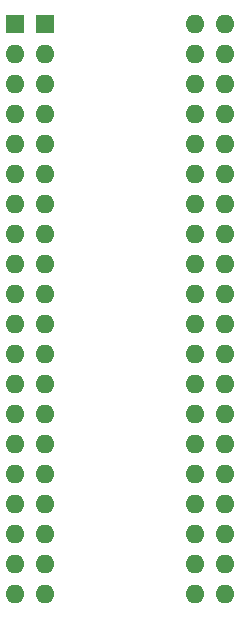
<source format=gbr>
%TF.GenerationSoftware,KiCad,Pcbnew,8.0.6*%
%TF.CreationDate,2024-11-04T10:18:01-07:00*%
%TF.ProjectId,TMS9918-9928,544d5339-3931-4382-9d39-3932382e6b69,rev?*%
%TF.SameCoordinates,Original*%
%TF.FileFunction,Soldermask,Top*%
%TF.FilePolarity,Negative*%
%FSLAX46Y46*%
G04 Gerber Fmt 4.6, Leading zero omitted, Abs format (unit mm)*
G04 Created by KiCad (PCBNEW 8.0.6) date 2024-11-04 10:18:01*
%MOMM*%
%LPD*%
G01*
G04 APERTURE LIST*
%ADD10R,1.600000X1.600000*%
%ADD11O,1.600000X1.600000*%
G04 APERTURE END LIST*
D10*
%TO.C,U4*%
X124460000Y-66040000D03*
D11*
X124460000Y-68580000D03*
X124460000Y-71120000D03*
X124460000Y-73660000D03*
X124460000Y-76200000D03*
X124460000Y-78740000D03*
X124460000Y-81280000D03*
X124460000Y-83820000D03*
X124460000Y-86360000D03*
X124460000Y-88900000D03*
X124460000Y-91440000D03*
X124460000Y-93980000D03*
X124460000Y-96520000D03*
X124460000Y-99060000D03*
X124460000Y-101600000D03*
X124460000Y-104140000D03*
X124460000Y-106680000D03*
X124460000Y-109220000D03*
X124460000Y-111760000D03*
X124460000Y-114300000D03*
X139700000Y-114300000D03*
X139700000Y-111760000D03*
X139700000Y-109220000D03*
X139700000Y-106680000D03*
X139700000Y-104140000D03*
X139700000Y-101600000D03*
X139700000Y-99060000D03*
X139700000Y-96520000D03*
X139700000Y-93980000D03*
X139700000Y-91440000D03*
X139700000Y-88900000D03*
X139700000Y-86360000D03*
X139700000Y-83820000D03*
X139700000Y-81280000D03*
X139700000Y-78740000D03*
X139700000Y-76200000D03*
X139700000Y-73660000D03*
X139700000Y-71120000D03*
X139700000Y-68580000D03*
X139700000Y-66040000D03*
%TD*%
D10*
%TO.C,U5*%
X121920000Y-66040000D03*
D11*
X121920000Y-68580000D03*
X121920000Y-71120000D03*
X121920000Y-73660000D03*
X121920000Y-76200000D03*
X121920000Y-78740000D03*
X121920000Y-81280000D03*
X121920000Y-83820000D03*
X121920000Y-86360000D03*
X121920000Y-88900000D03*
X121920000Y-91440000D03*
X121920000Y-93980000D03*
X121920000Y-96520000D03*
X121920000Y-99060000D03*
X121920000Y-101600000D03*
X121920000Y-104140000D03*
X121920000Y-106680000D03*
X121920000Y-109220000D03*
X121920000Y-111760000D03*
X121920000Y-114300000D03*
X137160000Y-114300000D03*
X137160000Y-111760000D03*
X137160000Y-109220000D03*
X137160000Y-106680000D03*
X137160000Y-104140000D03*
X137160000Y-101600000D03*
X137160000Y-99060000D03*
X137160000Y-96520000D03*
X137160000Y-93980000D03*
X137160000Y-91440000D03*
X137160000Y-88900000D03*
X137160000Y-86360000D03*
X137160000Y-83820000D03*
X137160000Y-81280000D03*
X137160000Y-78740000D03*
X137160000Y-76200000D03*
X137160000Y-73660000D03*
X137160000Y-71120000D03*
X137160000Y-68580000D03*
X137160000Y-66040000D03*
%TD*%
M02*

</source>
